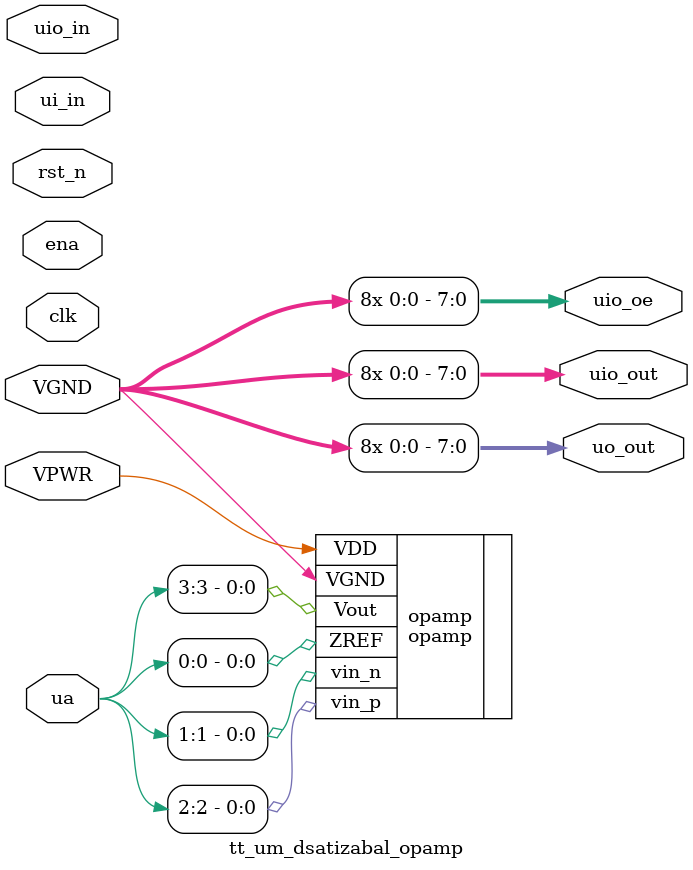
<source format=v>

`default_nettype none


module tt_um_dsatizabal_opamp (
    input  wire       VGND,
    input  wire       VPWR,
    input  wire [7:0] ui_in,    // Dedicated inputs
    output wire [7:0] uo_out,   // Dedicated outputs
    input  wire [7:0] uio_in,   // IOs: Input path
    output wire [7:0] uio_out,  // IOs: Output path
    output wire [7:0] uio_oe,   // IOs: Enable path (active high: 0=input, 1=output)
    inout  wire [7:0] ua, // analog pins
    input  wire       ena,      // will go high when the design is enabled
    input  wire       clk,      // clock
    input  wire       rst_n     // reset_n - low to reset
);

    opamp opamp (
    .VDD(VPWR),
    .VGND(VGND),
    .ZREF(ua[0]),
    .vin_n(ua[1]),
    .vin_p(ua[2]),
    .Vout(ua[3]),
    );

    // ties for the output enables
    assign uo_out[0] = VGND;
    assign uo_out[1] = VGND;
    assign uo_out[2] = VGND;
    assign uo_out[3] = VGND;
    assign uo_out[4] = VGND;
    assign uo_out[5] = VGND;
    assign uo_out[6] = VGND;
    assign uo_out[7] = VGND;

    assign uio_out[0] = VGND;
    assign uio_out[1] = VGND;
    assign uio_out[2] = VGND;
    assign uio_out[3] = VGND;
    assign uio_out[4] = VGND;
    assign uio_out[5] = VGND;
    assign uio_out[6] = VGND;
    assign uio_out[7] = VGND;

    assign uio_oe[0] = VGND;
    assign uio_oe[1] = VGND;
    assign uio_oe[2] = VGND;
    assign uio_oe[3] = VGND;
    assign uio_oe[4] = VGND;
    assign uio_oe[5] = VGND;
    assign uio_oe[6] = VGND;
    assign uio_oe[7] = VGND;

endmodule

</source>
